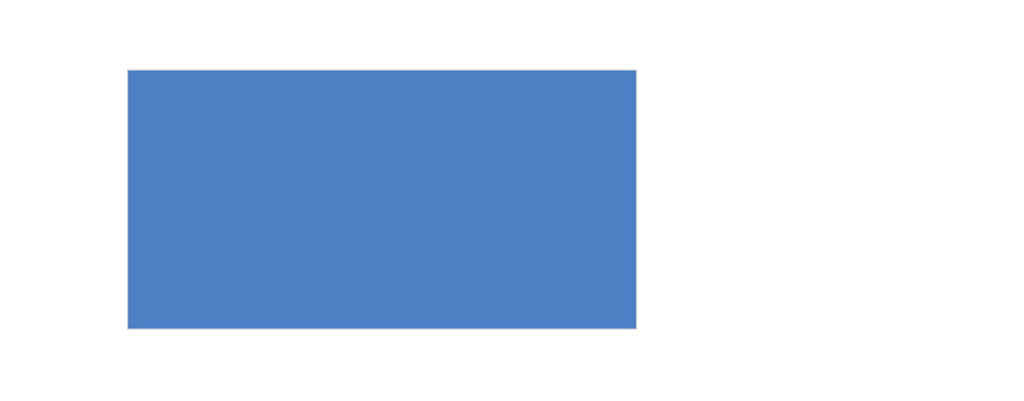
<source format=kicad_pcb>
(kicad_pcb (version 20211014) (generator pcbnew)

  (general
    (thickness 1.6)
  )

  (paper "A4")
  (layers
    (0 "F.Cu" signal)
    (31 "B.Cu" signal)
    (32 "B.Adhes" user "B.Adhesive")
    (33 "F.Adhes" user "F.Adhesive")
    (34 "B.Paste" user)
    (35 "F.Paste" user)
    (36 "B.SilkS" user "B.Silkscreen")
    (37 "F.SilkS" user "F.Silkscreen")
    (38 "B.Mask" user)
    (39 "F.Mask" user)
    (40 "Dwgs.User" user "User.Drawings")
    (41 "Cmts.User" user "User.Comments")
    (42 "Eco1.User" user "User.Eco1")
    (43 "Eco2.User" user "User.Eco2")
    (44 "Edge.Cuts" user)
    (45 "Margin" user)
    (46 "B.CrtYd" user "B.Courtyard")
    (47 "F.CrtYd" user "F.Courtyard")
    (48 "B.Fab" user)
    (49 "F.Fab" user)
    (50 "User.1" user)
    (51 "User.2" user)
    (52 "User.3" user)
    (53 "User.4" user)
    (54 "User.5" user)
    (55 "User.6" user)
    (56 "User.7" user)
    (57 "User.8" user)
    (58 "User.9" user)
  )

  (setup
    (stackup
      (layer "F.SilkS" (type "Top Silk Screen"))
      (layer "F.Paste" (type "Top Solder Paste"))
      (layer "F.Mask" (type "Top Solder Mask") (thickness 0.01))
      (layer "F.Cu" (type "copper") (thickness 0.035))
      (layer "dielectric 1" (type "core") (thickness 1.51) (material "FR4") (epsilon_r 4.5) (loss_tangent 0.02))
      (layer "B.Cu" (type "copper") (thickness 0.035))
      (layer "B.Mask" (type "Bottom Solder Mask") (thickness 0.01))
      (layer "B.Paste" (type "Bottom Solder Paste"))
      (layer "B.SilkS" (type "Bottom Silk Screen"))
      (copper_finish "None")
      (dielectric_constraints no)
    )
    (pad_to_mask_clearance 0)
    (aux_axis_origin 135 95)
    (pcbplotparams
      (layerselection 0x00010fc_ffffffff)
      (disableapertmacros false)
      (usegerberextensions false)
      (usegerberattributes true)
      (usegerberadvancedattributes true)
      (creategerberjobfile true)
      (svguseinch false)
      (svgprecision 6)
      (excludeedgelayer true)
      (plotframeref false)
      (viasonmask false)
      (mode 1)
      (useauxorigin false)
      (hpglpennumber 1)
      (hpglpenspeed 20)
      (hpglpendiameter 15.000000)
      (dxfpolygonmode true)
      (dxfimperialunits true)
      (dxfusepcbnewfont true)
      (psnegative false)
      (psa4output false)
      (plotreference true)
      (plotvalue true)
      (plotinvisibletext false)
      (sketchpadsonfab false)
      (subtractmaskfromsilk false)
      (outputformat 1)
      (mirror false)
      (drillshape 1)
      (scaleselection 1)
      (outputdirectory "")
    )
  )

  (net 0 "")

  (gr_poly
    (pts
      (xy 117.4 96.5)
      (xy 87.4 96.5)
      (xy 87.4 93.5)
      (xy 117.4 93.5)
    ) (layer "F.Cu") (width 0.2) (fill solid) (tstamp 1276d934-8177-4be4-bcd5-a48ef615db4e))
  (gr_rect (start 152.6 93.5) (end 182.6 96.5) (layer "F.Cu") (width 0.2) (fill solid) (tstamp 61e4cab7-0787-4181-a306-7b07d0f6a116))
  (gr_circle (center 135 95) (end 150.71 95) (layer "F.Cu") (width 3) (fill none) (tstamp 88639100-df68-4c98-88b2-d7d54b2af4eb))
  (gr_line (start 135 70.5) (end 135 119.5) (layer "Cmts.User") (width 0.2) (tstamp 16c6adea-2c09-487f-b444-72a19e0d51f6))
  (gr_line (start 135 95) (end 135 88) (layer "Cmts.User") (width 0.2) (tstamp a87e075c-4393-4b8c-864a-3f78eaa19bd3))
  (gr_line (start 153.7 95) (end 100 95) (layer "Cmts.User") (width 0.2) (tstamp b924d4ea-48dd-4018-a73e-6a4d4e505e32))
  (gr_rect (start 86.9 70.5) (end 183.1 119.5) (layer "Edge.Cuts") (width 0.2) (fill none) (tstamp 5ac09499-36ac-4382-80a3-f9a46e2e4e9b))
  (gr_text "Resonator InFo:\n\nFor substrate 1.6 mm\n\nLring=100mm\nRadius=100/2pi=15.71 mm\nGap=0.3 mm\nLlines=30mm\nWidth=3 mm" (at 223.6 91.5) (layer "Cmts.User") (tstamp b3eebb03-af8c-48e8-a7d9-5ec3741206fa)
    (effects (font (size 1.5 1.5) (thickness 0.3)) (justify left))
  )

  (zone (net 0) (net_name "") (layer "B.Cu") (tstamp 9d1d67aa-bd89-4416-8ff1-ea3aed8edbd3) (name "gnd_plane") (hatch edge 0.508)
    (priority 1)
    (connect_pads (clearance 0))
    (min_thickness 0.254) (filled_areas_thickness no)
    (fill yes (thermal_gap 0.508) (thermal_bridge_width 0.508))
    (polygon
      (pts
        (xy 217.521113 133.037864)
        (xy 63.050716 133.06673)
        (xy 62.800716 57.46673)
        (xy 217.671113 57.287864)
      )
    )
    (filled_polygon
      (layer "B.Cu")
      (island)
      (pts
        (xy 183.041121 70.521002)
        (xy 183.087614 70.574658)
        (xy 183.099 70.627)
        (xy 183.099 119.373)
        (xy 183.078998 119.441121)
        (xy 183.025342 119.487614)
        (xy 182.973 119.499)
        (xy 87.027 119.499)
        (xy 86.958879 119.478998)
        (xy 86.912386 119.425342)
        (xy 86.901 119.373)
        (xy 86.901 70.627)
        (xy 86.921002 70.558879)
        (xy 86.974658 70.512386)
        (xy 87.027 70.501)
        (xy 182.973 70.501)
      )
    )
  )
  (zone (net 0) (net_name "") (layers *.Mask) (tstamp 057f577a-da05-4652-b4f1-b1c06a61af8e) (hatch edge 0.508)
    (connect_pads (clearance 0))
    (min_thickness 0.254) (filled_areas_thickness no)
    (fill yes (thermal_gap 0.508) (thermal_bridge_width 0.508))
    (polygon
      (pts
        (xy 175.546494 100.810095)
        (xy 175.592483 89.076413)
        (xy 183.15341 89.092914)
        (xy 183.14155 100.767946)
        (xy 181.272853 100.759962)
      )
    )
    (filled_polygon
      (layer "B.Mask")
      (island)
      (pts
        (xy 182.974275 89.092523)
        (xy 183.042352 89.112674)
        (xy 183.088728 89.166431)
        (xy 183.1 89.218523)
        (xy 183.1 100.641228)
        (xy 183.079998 100.709349)
        (xy 183.026342 100.755842)
        (xy 182.973462 100.767227)
        (xy 181.273309 100.759964)
        (xy 181.272369 100.759966)
        (xy 175.674096 100.808978)
        (xy 175.605803 100.789573)
        (xy 175.558842 100.736327)
        (xy 175.546994 100.682489)
        (xy 175.59199 89.202193)
        (xy 175.612259 89.134151)
        (xy 175.666096 89.087869)
        (xy 175.718264 89.076687)
      )
    )
    (filled_polygon
      (layer "F.Mask")
      (island)
      (pts
        (xy 182.974275 89.092523)
        (xy 183.042352 89.112674)
        (xy 183.088728 89.166431)
        (xy 183.1 89.218523)
        (xy 183.1 100.641228)
        (xy 183.079998 100.709349)
        (xy 183.026342 100.755842)
        (xy 182.973462 100.767227)
        (xy 181.273309 100.759964)
        (xy 181.272369 100.759966)
        (xy 175.674096 100.808978)
        (xy 175.605803 100.789573)
        (xy 175.558842 100.736327)
        (xy 175.546994 100.682489)
        (xy 175.59199 89.202193)
        (xy 175.612259 89.134151)
        (xy 175.666096 89.087869)
        (xy 175.718264 89.076687)
      )
    )
  )
  (zone (net 0) (net_name "") (layers *.Mask) (tstamp d132adf4-79be-4230-a96b-c621e179626a) (hatch edge 0.508)
    (connect_pads (clearance 0))
    (min_thickness 0.254) (filled_areas_thickness no)
    (fill yes (thermal_gap 0.508) (thermal_bridge_width 0.508))
    (polygon
      (pts
        (xy 86.851734 101.272054)
        (xy 86.897723 89.538372)
        (xy 94.45865 89.554873)
        (xy 94.44679 101.229905)
        (xy 92.578093 101.221921)
      )
    )
    (filled_polygon
      (layer "B.Mask")
      (island)
      (pts
        (xy 94.332797 89.554598)
        (xy 94.400874 89.574749)
        (xy 94.44725 89.628506)
        (xy 94.458522 89.680726)
        (xy 94.446918 101.103494)
        (xy 94.426847 101.171594)
        (xy 94.373144 101.218033)
        (xy 94.32038 101.229365)
        (xy 92.578549 101.221923)
        (xy 92.577609 101.221925)
        (xy 87.027103 101.270518)
        (xy 86.95881 101.251113)
        (xy 86.911849 101.197867)
        (xy 86.9 101.144523)
        (xy 86.9 89.664653)
        (xy 86.920002 89.596532)
        (xy 86.973658 89.550039)
        (xy 87.026275 89.538653)
      )
    )
    (filled_polygon
      (layer "F.Mask")
      (island)
      (pts
        (xy 94.332797 89.554598)
        (xy 94.400874 89.574749)
        (xy 94.44725 89.628506)
        (xy 94.458522 89.680726)
        (xy 94.446918 101.103494)
        (xy 94.426847 101.171594)
        (xy 94.373144 101.218033)
        (xy 94.32038 101.229365)
        (xy 92.578549 101.221923)
        (xy 92.577609 101.221925)
        (xy 87.027103 101.270518)
        (xy 86.95881 101.251113)
        (xy 86.911849 101.197867)
        (xy 86.9 101.144523)
        (xy 86.9 89.664653)
        (xy 86.920002 89.596532)
        (xy 86.973658 89.550039)
        (xy 87.026275 89.538653)
      )
    )
  )
)

</source>
